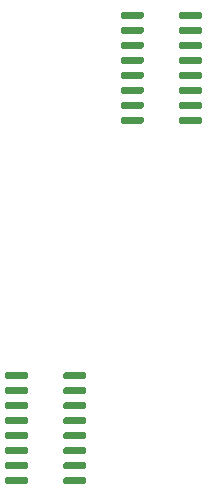
<source format=gbp>
G04 #@! TF.GenerationSoftware,KiCad,Pcbnew,8.0.6-8.0.6-0~ubuntu22.04.1*
G04 #@! TF.CreationDate,2025-01-15T16:43:41+00:00*
G04 #@! TF.ProjectId,Basic_VCA,42617369-635f-4564-9341-2e6b69636164,rev?*
G04 #@! TF.SameCoordinates,Original*
G04 #@! TF.FileFunction,Paste,Bot*
G04 #@! TF.FilePolarity,Positive*
%FSLAX46Y46*%
G04 Gerber Fmt 4.6, Leading zero omitted, Abs format (unit mm)*
G04 Created by KiCad (PCBNEW 8.0.6-8.0.6-0~ubuntu22.04.1) date 2025-01-15 16:43:41*
%MOMM*%
%LPD*%
G01*
G04 APERTURE LIST*
G04 APERTURE END LIST*
G36*
G01*
X73450000Y-98505000D02*
X73450000Y-98805000D01*
G75*
G02*
X73300000Y-98955000I-150000J0D01*
G01*
X71650000Y-98955000D01*
G75*
G02*
X71500000Y-98805000I0J150000D01*
G01*
X71500000Y-98505000D01*
G75*
G02*
X71650000Y-98355000I150000J0D01*
G01*
X73300000Y-98355000D01*
G75*
G02*
X73450000Y-98505000I0J-150000D01*
G01*
G37*
G36*
G01*
X73450000Y-99775000D02*
X73450000Y-100075000D01*
G75*
G02*
X73300000Y-100225000I-150000J0D01*
G01*
X71650000Y-100225000D01*
G75*
G02*
X71500000Y-100075000I0J150000D01*
G01*
X71500000Y-99775000D01*
G75*
G02*
X71650000Y-99625000I150000J0D01*
G01*
X73300000Y-99625000D01*
G75*
G02*
X73450000Y-99775000I0J-150000D01*
G01*
G37*
G36*
G01*
X73450000Y-101045000D02*
X73450000Y-101345000D01*
G75*
G02*
X73300000Y-101495000I-150000J0D01*
G01*
X71650000Y-101495000D01*
G75*
G02*
X71500000Y-101345000I0J150000D01*
G01*
X71500000Y-101045000D01*
G75*
G02*
X71650000Y-100895000I150000J0D01*
G01*
X73300000Y-100895000D01*
G75*
G02*
X73450000Y-101045000I0J-150000D01*
G01*
G37*
G36*
G01*
X73450000Y-102315000D02*
X73450000Y-102615000D01*
G75*
G02*
X73300000Y-102765000I-150000J0D01*
G01*
X71650000Y-102765000D01*
G75*
G02*
X71500000Y-102615000I0J150000D01*
G01*
X71500000Y-102315000D01*
G75*
G02*
X71650000Y-102165000I150000J0D01*
G01*
X73300000Y-102165000D01*
G75*
G02*
X73450000Y-102315000I0J-150000D01*
G01*
G37*
G36*
G01*
X73450000Y-103585000D02*
X73450000Y-103885000D01*
G75*
G02*
X73300000Y-104035000I-150000J0D01*
G01*
X71650000Y-104035000D01*
G75*
G02*
X71500000Y-103885000I0J150000D01*
G01*
X71500000Y-103585000D01*
G75*
G02*
X71650000Y-103435000I150000J0D01*
G01*
X73300000Y-103435000D01*
G75*
G02*
X73450000Y-103585000I0J-150000D01*
G01*
G37*
G36*
G01*
X73450000Y-104855000D02*
X73450000Y-105155000D01*
G75*
G02*
X73300000Y-105305000I-150000J0D01*
G01*
X71650000Y-105305000D01*
G75*
G02*
X71500000Y-105155000I0J150000D01*
G01*
X71500000Y-104855000D01*
G75*
G02*
X71650000Y-104705000I150000J0D01*
G01*
X73300000Y-104705000D01*
G75*
G02*
X73450000Y-104855000I0J-150000D01*
G01*
G37*
G36*
G01*
X73450000Y-106125000D02*
X73450000Y-106425000D01*
G75*
G02*
X73300000Y-106575000I-150000J0D01*
G01*
X71650000Y-106575000D01*
G75*
G02*
X71500000Y-106425000I0J150000D01*
G01*
X71500000Y-106125000D01*
G75*
G02*
X71650000Y-105975000I150000J0D01*
G01*
X73300000Y-105975000D01*
G75*
G02*
X73450000Y-106125000I0J-150000D01*
G01*
G37*
G36*
G01*
X73450000Y-107395000D02*
X73450000Y-107695000D01*
G75*
G02*
X73300000Y-107845000I-150000J0D01*
G01*
X71650000Y-107845000D01*
G75*
G02*
X71500000Y-107695000I0J150000D01*
G01*
X71500000Y-107395000D01*
G75*
G02*
X71650000Y-107245000I150000J0D01*
G01*
X73300000Y-107245000D01*
G75*
G02*
X73450000Y-107395000I0J-150000D01*
G01*
G37*
G36*
G01*
X68500000Y-107395000D02*
X68500000Y-107695000D01*
G75*
G02*
X68350000Y-107845000I-150000J0D01*
G01*
X66700000Y-107845000D01*
G75*
G02*
X66550000Y-107695000I0J150000D01*
G01*
X66550000Y-107395000D01*
G75*
G02*
X66700000Y-107245000I150000J0D01*
G01*
X68350000Y-107245000D01*
G75*
G02*
X68500000Y-107395000I0J-150000D01*
G01*
G37*
G36*
G01*
X68500000Y-106125000D02*
X68500000Y-106425000D01*
G75*
G02*
X68350000Y-106575000I-150000J0D01*
G01*
X66700000Y-106575000D01*
G75*
G02*
X66550000Y-106425000I0J150000D01*
G01*
X66550000Y-106125000D01*
G75*
G02*
X66700000Y-105975000I150000J0D01*
G01*
X68350000Y-105975000D01*
G75*
G02*
X68500000Y-106125000I0J-150000D01*
G01*
G37*
G36*
G01*
X68500000Y-104855000D02*
X68500000Y-105155000D01*
G75*
G02*
X68350000Y-105305000I-150000J0D01*
G01*
X66700000Y-105305000D01*
G75*
G02*
X66550000Y-105155000I0J150000D01*
G01*
X66550000Y-104855000D01*
G75*
G02*
X66700000Y-104705000I150000J0D01*
G01*
X68350000Y-104705000D01*
G75*
G02*
X68500000Y-104855000I0J-150000D01*
G01*
G37*
G36*
G01*
X68500000Y-103585000D02*
X68500000Y-103885000D01*
G75*
G02*
X68350000Y-104035000I-150000J0D01*
G01*
X66700000Y-104035000D01*
G75*
G02*
X66550000Y-103885000I0J150000D01*
G01*
X66550000Y-103585000D01*
G75*
G02*
X66700000Y-103435000I150000J0D01*
G01*
X68350000Y-103435000D01*
G75*
G02*
X68500000Y-103585000I0J-150000D01*
G01*
G37*
G36*
G01*
X68500000Y-102315000D02*
X68500000Y-102615000D01*
G75*
G02*
X68350000Y-102765000I-150000J0D01*
G01*
X66700000Y-102765000D01*
G75*
G02*
X66550000Y-102615000I0J150000D01*
G01*
X66550000Y-102315000D01*
G75*
G02*
X66700000Y-102165000I150000J0D01*
G01*
X68350000Y-102165000D01*
G75*
G02*
X68500000Y-102315000I0J-150000D01*
G01*
G37*
G36*
G01*
X68500000Y-101045000D02*
X68500000Y-101345000D01*
G75*
G02*
X68350000Y-101495000I-150000J0D01*
G01*
X66700000Y-101495000D01*
G75*
G02*
X66550000Y-101345000I0J150000D01*
G01*
X66550000Y-101045000D01*
G75*
G02*
X66700000Y-100895000I150000J0D01*
G01*
X68350000Y-100895000D01*
G75*
G02*
X68500000Y-101045000I0J-150000D01*
G01*
G37*
G36*
G01*
X68500000Y-99775000D02*
X68500000Y-100075000D01*
G75*
G02*
X68350000Y-100225000I-150000J0D01*
G01*
X66700000Y-100225000D01*
G75*
G02*
X66550000Y-100075000I0J150000D01*
G01*
X66550000Y-99775000D01*
G75*
G02*
X66700000Y-99625000I150000J0D01*
G01*
X68350000Y-99625000D01*
G75*
G02*
X68500000Y-99775000I0J-150000D01*
G01*
G37*
G36*
G01*
X68500000Y-98505000D02*
X68500000Y-98805000D01*
G75*
G02*
X68350000Y-98955000I-150000J0D01*
G01*
X66700000Y-98955000D01*
G75*
G02*
X66550000Y-98805000I0J150000D01*
G01*
X66550000Y-98505000D01*
G75*
G02*
X66700000Y-98355000I150000J0D01*
G01*
X68350000Y-98355000D01*
G75*
G02*
X68500000Y-98505000I0J-150000D01*
G01*
G37*
G36*
G01*
X83250000Y-68005000D02*
X83250000Y-68305000D01*
G75*
G02*
X83100000Y-68455000I-150000J0D01*
G01*
X81450000Y-68455000D01*
G75*
G02*
X81300000Y-68305000I0J150000D01*
G01*
X81300000Y-68005000D01*
G75*
G02*
X81450000Y-67855000I150000J0D01*
G01*
X83100000Y-67855000D01*
G75*
G02*
X83250000Y-68005000I0J-150000D01*
G01*
G37*
G36*
G01*
X83250000Y-69275000D02*
X83250000Y-69575000D01*
G75*
G02*
X83100000Y-69725000I-150000J0D01*
G01*
X81450000Y-69725000D01*
G75*
G02*
X81300000Y-69575000I0J150000D01*
G01*
X81300000Y-69275000D01*
G75*
G02*
X81450000Y-69125000I150000J0D01*
G01*
X83100000Y-69125000D01*
G75*
G02*
X83250000Y-69275000I0J-150000D01*
G01*
G37*
G36*
G01*
X83250000Y-70545000D02*
X83250000Y-70845000D01*
G75*
G02*
X83100000Y-70995000I-150000J0D01*
G01*
X81450000Y-70995000D01*
G75*
G02*
X81300000Y-70845000I0J150000D01*
G01*
X81300000Y-70545000D01*
G75*
G02*
X81450000Y-70395000I150000J0D01*
G01*
X83100000Y-70395000D01*
G75*
G02*
X83250000Y-70545000I0J-150000D01*
G01*
G37*
G36*
G01*
X83250000Y-71815000D02*
X83250000Y-72115000D01*
G75*
G02*
X83100000Y-72265000I-150000J0D01*
G01*
X81450000Y-72265000D01*
G75*
G02*
X81300000Y-72115000I0J150000D01*
G01*
X81300000Y-71815000D01*
G75*
G02*
X81450000Y-71665000I150000J0D01*
G01*
X83100000Y-71665000D01*
G75*
G02*
X83250000Y-71815000I0J-150000D01*
G01*
G37*
G36*
G01*
X83250000Y-73085000D02*
X83250000Y-73385000D01*
G75*
G02*
X83100000Y-73535000I-150000J0D01*
G01*
X81450000Y-73535000D01*
G75*
G02*
X81300000Y-73385000I0J150000D01*
G01*
X81300000Y-73085000D01*
G75*
G02*
X81450000Y-72935000I150000J0D01*
G01*
X83100000Y-72935000D01*
G75*
G02*
X83250000Y-73085000I0J-150000D01*
G01*
G37*
G36*
G01*
X83250000Y-74355000D02*
X83250000Y-74655000D01*
G75*
G02*
X83100000Y-74805000I-150000J0D01*
G01*
X81450000Y-74805000D01*
G75*
G02*
X81300000Y-74655000I0J150000D01*
G01*
X81300000Y-74355000D01*
G75*
G02*
X81450000Y-74205000I150000J0D01*
G01*
X83100000Y-74205000D01*
G75*
G02*
X83250000Y-74355000I0J-150000D01*
G01*
G37*
G36*
G01*
X83250000Y-75625000D02*
X83250000Y-75925000D01*
G75*
G02*
X83100000Y-76075000I-150000J0D01*
G01*
X81450000Y-76075000D01*
G75*
G02*
X81300000Y-75925000I0J150000D01*
G01*
X81300000Y-75625000D01*
G75*
G02*
X81450000Y-75475000I150000J0D01*
G01*
X83100000Y-75475000D01*
G75*
G02*
X83250000Y-75625000I0J-150000D01*
G01*
G37*
G36*
G01*
X83250000Y-76895000D02*
X83250000Y-77195000D01*
G75*
G02*
X83100000Y-77345000I-150000J0D01*
G01*
X81450000Y-77345000D01*
G75*
G02*
X81300000Y-77195000I0J150000D01*
G01*
X81300000Y-76895000D01*
G75*
G02*
X81450000Y-76745000I150000J0D01*
G01*
X83100000Y-76745000D01*
G75*
G02*
X83250000Y-76895000I0J-150000D01*
G01*
G37*
G36*
G01*
X78300000Y-76895000D02*
X78300000Y-77195000D01*
G75*
G02*
X78150000Y-77345000I-150000J0D01*
G01*
X76500000Y-77345000D01*
G75*
G02*
X76350000Y-77195000I0J150000D01*
G01*
X76350000Y-76895000D01*
G75*
G02*
X76500000Y-76745000I150000J0D01*
G01*
X78150000Y-76745000D01*
G75*
G02*
X78300000Y-76895000I0J-150000D01*
G01*
G37*
G36*
G01*
X78300000Y-75625000D02*
X78300000Y-75925000D01*
G75*
G02*
X78150000Y-76075000I-150000J0D01*
G01*
X76500000Y-76075000D01*
G75*
G02*
X76350000Y-75925000I0J150000D01*
G01*
X76350000Y-75625000D01*
G75*
G02*
X76500000Y-75475000I150000J0D01*
G01*
X78150000Y-75475000D01*
G75*
G02*
X78300000Y-75625000I0J-150000D01*
G01*
G37*
G36*
G01*
X78300000Y-74355000D02*
X78300000Y-74655000D01*
G75*
G02*
X78150000Y-74805000I-150000J0D01*
G01*
X76500000Y-74805000D01*
G75*
G02*
X76350000Y-74655000I0J150000D01*
G01*
X76350000Y-74355000D01*
G75*
G02*
X76500000Y-74205000I150000J0D01*
G01*
X78150000Y-74205000D01*
G75*
G02*
X78300000Y-74355000I0J-150000D01*
G01*
G37*
G36*
G01*
X78300000Y-73085000D02*
X78300000Y-73385000D01*
G75*
G02*
X78150000Y-73535000I-150000J0D01*
G01*
X76500000Y-73535000D01*
G75*
G02*
X76350000Y-73385000I0J150000D01*
G01*
X76350000Y-73085000D01*
G75*
G02*
X76500000Y-72935000I150000J0D01*
G01*
X78150000Y-72935000D01*
G75*
G02*
X78300000Y-73085000I0J-150000D01*
G01*
G37*
G36*
G01*
X78300000Y-71815000D02*
X78300000Y-72115000D01*
G75*
G02*
X78150000Y-72265000I-150000J0D01*
G01*
X76500000Y-72265000D01*
G75*
G02*
X76350000Y-72115000I0J150000D01*
G01*
X76350000Y-71815000D01*
G75*
G02*
X76500000Y-71665000I150000J0D01*
G01*
X78150000Y-71665000D01*
G75*
G02*
X78300000Y-71815000I0J-150000D01*
G01*
G37*
G36*
G01*
X78300000Y-70545000D02*
X78300000Y-70845000D01*
G75*
G02*
X78150000Y-70995000I-150000J0D01*
G01*
X76500000Y-70995000D01*
G75*
G02*
X76350000Y-70845000I0J150000D01*
G01*
X76350000Y-70545000D01*
G75*
G02*
X76500000Y-70395000I150000J0D01*
G01*
X78150000Y-70395000D01*
G75*
G02*
X78300000Y-70545000I0J-150000D01*
G01*
G37*
G36*
G01*
X78300000Y-69275000D02*
X78300000Y-69575000D01*
G75*
G02*
X78150000Y-69725000I-150000J0D01*
G01*
X76500000Y-69725000D01*
G75*
G02*
X76350000Y-69575000I0J150000D01*
G01*
X76350000Y-69275000D01*
G75*
G02*
X76500000Y-69125000I150000J0D01*
G01*
X78150000Y-69125000D01*
G75*
G02*
X78300000Y-69275000I0J-150000D01*
G01*
G37*
G36*
G01*
X78300000Y-68005000D02*
X78300000Y-68305000D01*
G75*
G02*
X78150000Y-68455000I-150000J0D01*
G01*
X76500000Y-68455000D01*
G75*
G02*
X76350000Y-68305000I0J150000D01*
G01*
X76350000Y-68005000D01*
G75*
G02*
X76500000Y-67855000I150000J0D01*
G01*
X78150000Y-67855000D01*
G75*
G02*
X78300000Y-68005000I0J-150000D01*
G01*
G37*
M02*

</source>
